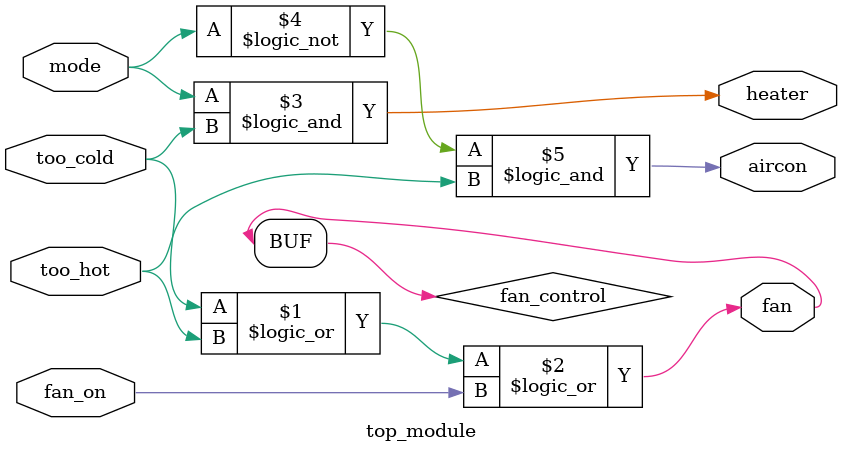
<source format=sv>
module top_module(
    input mode,
    input too_cold,
    input too_hot,
    input fan_on,
    output heater,
    output aircon,
    output fan
);

    wire fan_control;

    assign fan_control = (too_cold || too_hot || fan_on);

    assign fan = fan_control;
    assign heater = (mode && too_cold);
    assign aircon = (!mode && too_hot);

endmodule

</source>
